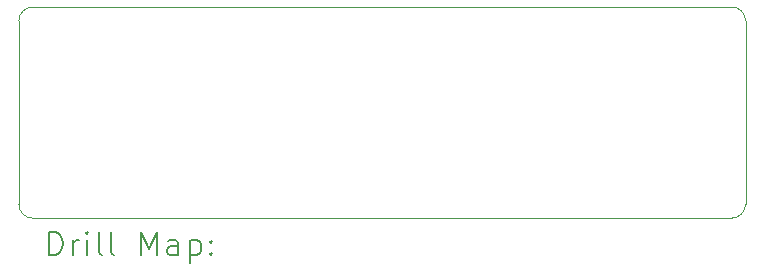
<source format=gbr>
%TF.GenerationSoftware,KiCad,Pcbnew,7.0.9*%
%TF.CreationDate,2024-01-07T05:54:26-05:00*%
%TF.ProjectId,Flipper-ICSP,466c6970-7065-4722-9d49-4353502e6b69,A*%
%TF.SameCoordinates,Original*%
%TF.FileFunction,Drillmap*%
%TF.FilePolarity,Positive*%
%FSLAX45Y45*%
G04 Gerber Fmt 4.5, Leading zero omitted, Abs format (unit mm)*
G04 Created by KiCad (PCBNEW 7.0.9) date 2024-01-07 05:54:26*
%MOMM*%
%LPD*%
G01*
G04 APERTURE LIST*
%ADD10C,0.100000*%
%ADD11C,0.200000*%
G04 APERTURE END LIST*
D10*
X13173480Y-5995380D02*
X13173480Y-5766516D01*
X13173014Y-7320298D02*
X13173480Y-5995380D01*
X7020452Y-5996777D02*
X7020452Y-5767913D01*
X13055686Y-7437624D02*
G75*
G03*
X13173014Y-7320298I4J117324D01*
G01*
X13173482Y-5766516D02*
G75*
G03*
X13056151Y-5649188I-117332J-4D01*
G01*
X7137575Y-7437523D02*
X13055686Y-7437626D01*
X7020452Y-5996777D02*
X7020247Y-7320194D01*
X7020247Y-7320194D02*
G75*
G03*
X7137575Y-7437523I117333J4D01*
G01*
X7137780Y-5650582D02*
G75*
G03*
X7020452Y-5767913I0J-117328D01*
G01*
X7137780Y-5650585D02*
X13056151Y-5649188D01*
D11*
X7276023Y-7754110D02*
X7276023Y-7554110D01*
X7276023Y-7554110D02*
X7323642Y-7554110D01*
X7323642Y-7554110D02*
X7352214Y-7563634D01*
X7352214Y-7563634D02*
X7371261Y-7582681D01*
X7371261Y-7582681D02*
X7380785Y-7601729D01*
X7380785Y-7601729D02*
X7390309Y-7639824D01*
X7390309Y-7639824D02*
X7390309Y-7668396D01*
X7390309Y-7668396D02*
X7380785Y-7706491D01*
X7380785Y-7706491D02*
X7371261Y-7725539D01*
X7371261Y-7725539D02*
X7352214Y-7744586D01*
X7352214Y-7744586D02*
X7323642Y-7754110D01*
X7323642Y-7754110D02*
X7276023Y-7754110D01*
X7476023Y-7754110D02*
X7476023Y-7620777D01*
X7476023Y-7658872D02*
X7485547Y-7639824D01*
X7485547Y-7639824D02*
X7495071Y-7630300D01*
X7495071Y-7630300D02*
X7514119Y-7620777D01*
X7514119Y-7620777D02*
X7533166Y-7620777D01*
X7599833Y-7754110D02*
X7599833Y-7620777D01*
X7599833Y-7554110D02*
X7590309Y-7563634D01*
X7590309Y-7563634D02*
X7599833Y-7573158D01*
X7599833Y-7573158D02*
X7609357Y-7563634D01*
X7609357Y-7563634D02*
X7599833Y-7554110D01*
X7599833Y-7554110D02*
X7599833Y-7573158D01*
X7723642Y-7754110D02*
X7704595Y-7744586D01*
X7704595Y-7744586D02*
X7695071Y-7725539D01*
X7695071Y-7725539D02*
X7695071Y-7554110D01*
X7828404Y-7754110D02*
X7809357Y-7744586D01*
X7809357Y-7744586D02*
X7799833Y-7725539D01*
X7799833Y-7725539D02*
X7799833Y-7554110D01*
X8056976Y-7754110D02*
X8056976Y-7554110D01*
X8056976Y-7554110D02*
X8123642Y-7696967D01*
X8123642Y-7696967D02*
X8190309Y-7554110D01*
X8190309Y-7554110D02*
X8190309Y-7754110D01*
X8371261Y-7754110D02*
X8371261Y-7649348D01*
X8371261Y-7649348D02*
X8361738Y-7630300D01*
X8361738Y-7630300D02*
X8342690Y-7620777D01*
X8342690Y-7620777D02*
X8304595Y-7620777D01*
X8304595Y-7620777D02*
X8285547Y-7630300D01*
X8371261Y-7744586D02*
X8352214Y-7754110D01*
X8352214Y-7754110D02*
X8304595Y-7754110D01*
X8304595Y-7754110D02*
X8285547Y-7744586D01*
X8285547Y-7744586D02*
X8276023Y-7725539D01*
X8276023Y-7725539D02*
X8276023Y-7706491D01*
X8276023Y-7706491D02*
X8285547Y-7687443D01*
X8285547Y-7687443D02*
X8304595Y-7677920D01*
X8304595Y-7677920D02*
X8352214Y-7677920D01*
X8352214Y-7677920D02*
X8371261Y-7668396D01*
X8466500Y-7620777D02*
X8466500Y-7820777D01*
X8466500Y-7630300D02*
X8485547Y-7620777D01*
X8485547Y-7620777D02*
X8523643Y-7620777D01*
X8523643Y-7620777D02*
X8542690Y-7630300D01*
X8542690Y-7630300D02*
X8552214Y-7639824D01*
X8552214Y-7639824D02*
X8561738Y-7658872D01*
X8561738Y-7658872D02*
X8561738Y-7716015D01*
X8561738Y-7716015D02*
X8552214Y-7735062D01*
X8552214Y-7735062D02*
X8542690Y-7744586D01*
X8542690Y-7744586D02*
X8523643Y-7754110D01*
X8523643Y-7754110D02*
X8485547Y-7754110D01*
X8485547Y-7754110D02*
X8466500Y-7744586D01*
X8647452Y-7735062D02*
X8656976Y-7744586D01*
X8656976Y-7744586D02*
X8647452Y-7754110D01*
X8647452Y-7754110D02*
X8637928Y-7744586D01*
X8637928Y-7744586D02*
X8647452Y-7735062D01*
X8647452Y-7735062D02*
X8647452Y-7754110D01*
X8647452Y-7630300D02*
X8656976Y-7639824D01*
X8656976Y-7639824D02*
X8647452Y-7649348D01*
X8647452Y-7649348D02*
X8637928Y-7639824D01*
X8637928Y-7639824D02*
X8647452Y-7630300D01*
X8647452Y-7630300D02*
X8647452Y-7649348D01*
M02*

</source>
